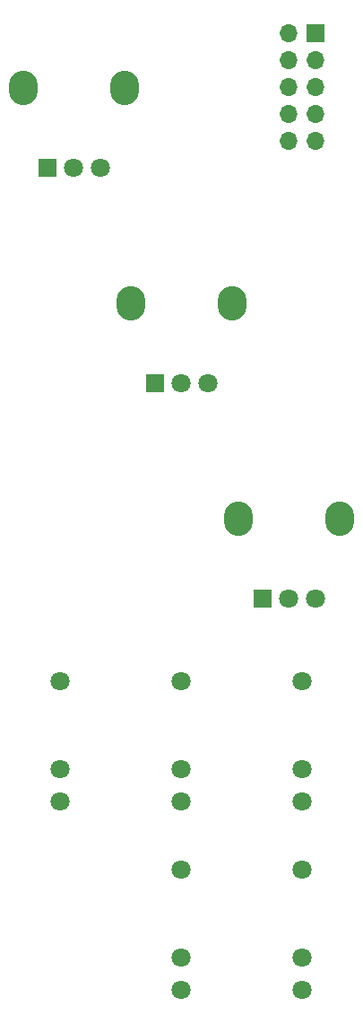
<source format=gts>
G04 #@! TF.GenerationSoftware,KiCad,Pcbnew,6.0.0-d3dd2cf0fa~116~ubuntu20.04.1*
G04 #@! TF.CreationDate,2022-01-02T10:52:25-05:00*
G04 #@! TF.ProjectId,basic_mixer,62617369-635f-46d6-9978-65722e6b6963,0*
G04 #@! TF.SameCoordinates,Original*
G04 #@! TF.FileFunction,Soldermask,Top*
G04 #@! TF.FilePolarity,Negative*
%FSLAX46Y46*%
G04 Gerber Fmt 4.6, Leading zero omitted, Abs format (unit mm)*
G04 Created by KiCad (PCBNEW 6.0.0-d3dd2cf0fa~116~ubuntu20.04.1) date 2022-01-02 10:52:25*
%MOMM*%
%LPD*%
G01*
G04 APERTURE LIST*
%ADD10C,1.800000*%
%ADD11O,2.720000X3.240000*%
%ADD12R,1.800000X1.800000*%
%ADD13R,1.700000X1.700000*%
%ADD14O,1.700000X1.700000*%
G04 APERTURE END LIST*
D10*
X144780000Y-116970000D03*
X144780000Y-113870000D03*
X144780000Y-105570000D03*
X133350000Y-134750000D03*
X133350000Y-131650000D03*
X133350000Y-123350000D03*
D11*
X128550000Y-69970000D03*
X138150000Y-69970000D03*
D12*
X130850000Y-77470000D03*
D10*
X133350000Y-77470000D03*
X135850000Y-77470000D03*
X121920000Y-116970000D03*
X121920000Y-113870000D03*
X121920000Y-105570000D03*
X133350000Y-116970000D03*
X133350000Y-113870000D03*
X133350000Y-105570000D03*
D11*
X148310000Y-90290000D03*
X138710000Y-90290000D03*
D12*
X141010000Y-97790000D03*
D10*
X143510000Y-97790000D03*
X146010000Y-97790000D03*
X144780000Y-134750000D03*
X144780000Y-131650000D03*
X144780000Y-123350000D03*
D11*
X118390000Y-49650000D03*
X127990000Y-49650000D03*
D12*
X120690000Y-57150000D03*
D10*
X123190000Y-57150000D03*
X125690000Y-57150000D03*
D13*
X146050000Y-44450000D03*
D14*
X143510000Y-44450000D03*
X146050000Y-46990000D03*
X143510000Y-46990000D03*
X146050000Y-49530000D03*
X143510000Y-49530000D03*
X146050000Y-52070000D03*
X143510000Y-52070000D03*
X146050000Y-54610000D03*
X143510000Y-54610000D03*
M02*

</source>
